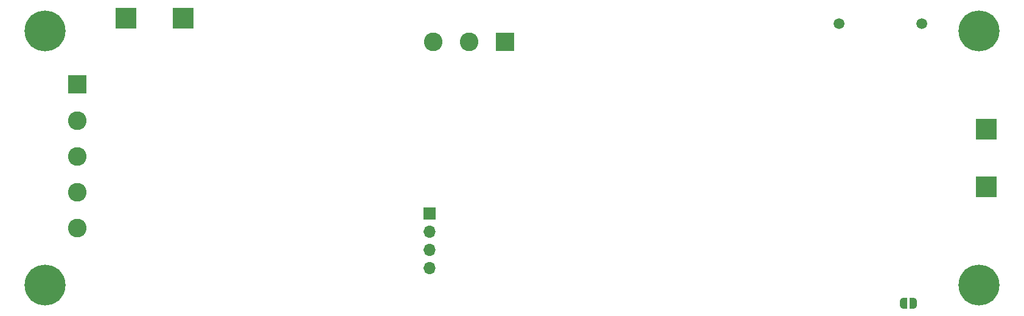
<source format=gbs>
G04 #@! TF.GenerationSoftware,KiCad,Pcbnew,8.0.4*
G04 #@! TF.CreationDate,2024-07-26T11:50:06-07:00*
G04 #@! TF.ProjectId,Soil Power Sensor,536f696c-2050-46f7-9765-722053656e73,2.2.1*
G04 #@! TF.SameCoordinates,Original*
G04 #@! TF.FileFunction,Soldermask,Bot*
G04 #@! TF.FilePolarity,Negative*
%FSLAX46Y46*%
G04 Gerber Fmt 4.6, Leading zero omitted, Abs format (unit mm)*
G04 Created by KiCad (PCBNEW 8.0.4) date 2024-07-26 11:50:06*
%MOMM*%
%LPD*%
G01*
G04 APERTURE LIST*
G04 Aperture macros list*
%AMFreePoly0*
4,1,19,0.500000,-0.750000,0.000000,-0.750000,0.000000,-0.744911,-0.071157,-0.744911,-0.207708,-0.704816,-0.327430,-0.627875,-0.420627,-0.520320,-0.479746,-0.390866,-0.500000,-0.250000,-0.500000,0.250000,-0.479746,0.390866,-0.420627,0.520320,-0.327430,0.627875,-0.207708,0.704816,-0.071157,0.744911,0.000000,0.744911,0.000000,0.750000,0.500000,0.750000,0.500000,-0.750000,0.500000,-0.750000,
$1*%
%AMFreePoly1*
4,1,19,0.000000,0.744911,0.071157,0.744911,0.207708,0.704816,0.327430,0.627875,0.420627,0.520320,0.479746,0.390866,0.500000,0.250000,0.500000,-0.250000,0.479746,-0.390866,0.420627,-0.520320,0.327430,-0.627875,0.207708,-0.704816,0.071157,-0.744911,0.000000,-0.744911,0.000000,-0.750000,-0.500000,-0.750000,-0.500000,0.750000,0.000000,0.750000,0.000000,0.744911,0.000000,0.744911,
$1*%
G04 Aperture macros list end*
%ADD10C,3.600000*%
%ADD11C,5.700000*%
%ADD12R,2.600000X2.600000*%
%ADD13C,2.600000*%
%ADD14R,1.700000X1.700000*%
%ADD15O,1.700000X1.700000*%
%ADD16FreePoly0,180.000000*%
%ADD17FreePoly1,180.000000*%
%ADD18R,3.000000X3.000000*%
%ADD19C,1.500000*%
G04 APERTURE END LIST*
D10*
X116500000Y-51500000D03*
D11*
X116500000Y-51500000D03*
D10*
X116500000Y-87000000D03*
D11*
X116500000Y-87000000D03*
D12*
X180550000Y-53050000D03*
D13*
X175550000Y-53050000D03*
X170550000Y-53050000D03*
D10*
X246500000Y-51500000D03*
D11*
X246500000Y-51500000D03*
D12*
X121000000Y-59000000D03*
D13*
X121000000Y-64000000D03*
X121000000Y-69000000D03*
X121000000Y-74000000D03*
X121000000Y-79000000D03*
D10*
X246500000Y-87000000D03*
D11*
X246500000Y-87000000D03*
D14*
X170000000Y-77000000D03*
D15*
X170000000Y-79540000D03*
X170000000Y-82080000D03*
X170000000Y-84620000D03*
D16*
X237300000Y-89500000D03*
D17*
X236000000Y-89500000D03*
D18*
X127750000Y-49750000D03*
X135750000Y-49750000D03*
D19*
X238500000Y-50500000D03*
D18*
X247500000Y-73250000D03*
X247500000Y-65250000D03*
D19*
X227000000Y-50500000D03*
M02*

</source>
